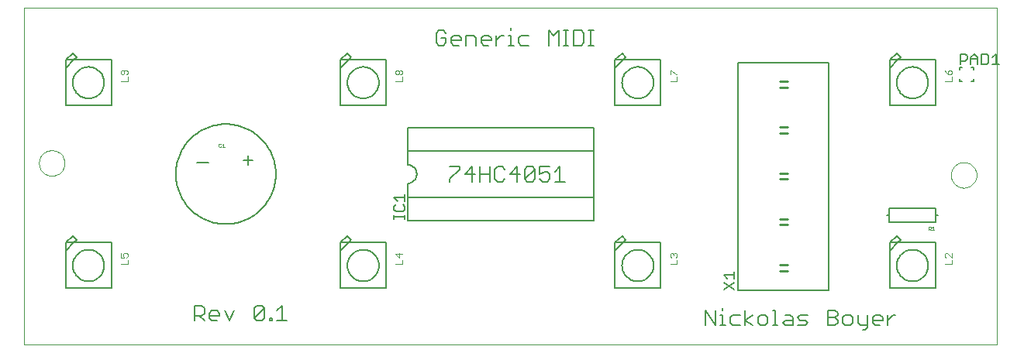
<source format=gto>
G75*
%MOIN*%
%OFA0B0*%
%FSLAX24Y24*%
%IPPOS*%
%LPD*%
%AMOC8*
5,1,8,0,0,1.08239X$1,22.5*
%
%ADD10C,0.0000*%
%ADD11C,0.0060*%
%ADD12C,0.0080*%
%ADD13C,0.0010*%
%ADD14C,0.0050*%
%ADD15C,0.0030*%
%ADD16C,0.0100*%
D10*
X000680Y001499D02*
X000680Y015995D01*
X042495Y015995D01*
X042495Y001499D01*
X000680Y001499D01*
X001310Y009314D02*
X001312Y009361D01*
X001318Y009407D01*
X001328Y009453D01*
X001341Y009498D01*
X001359Y009541D01*
X001380Y009583D01*
X001404Y009623D01*
X001432Y009660D01*
X001463Y009695D01*
X001497Y009728D01*
X001533Y009757D01*
X001572Y009783D01*
X001613Y009806D01*
X001656Y009825D01*
X001700Y009841D01*
X001745Y009853D01*
X001791Y009861D01*
X001838Y009865D01*
X001884Y009865D01*
X001931Y009861D01*
X001977Y009853D01*
X002022Y009841D01*
X002066Y009825D01*
X002109Y009806D01*
X002150Y009783D01*
X002189Y009757D01*
X002225Y009728D01*
X002259Y009695D01*
X002290Y009660D01*
X002318Y009623D01*
X002342Y009583D01*
X002363Y009541D01*
X002381Y009498D01*
X002394Y009453D01*
X002404Y009407D01*
X002410Y009361D01*
X002412Y009314D01*
X002410Y009267D01*
X002404Y009221D01*
X002394Y009175D01*
X002381Y009130D01*
X002363Y009087D01*
X002342Y009045D01*
X002318Y009005D01*
X002290Y008968D01*
X002259Y008933D01*
X002225Y008900D01*
X002189Y008871D01*
X002150Y008845D01*
X002109Y008822D01*
X002066Y008803D01*
X002022Y008787D01*
X001977Y008775D01*
X001931Y008767D01*
X001884Y008763D01*
X001838Y008763D01*
X001791Y008767D01*
X001745Y008775D01*
X001700Y008787D01*
X001656Y008803D01*
X001613Y008822D01*
X001572Y008845D01*
X001533Y008871D01*
X001497Y008900D01*
X001463Y008933D01*
X001432Y008968D01*
X001404Y009005D01*
X001380Y009045D01*
X001359Y009087D01*
X001341Y009130D01*
X001328Y009175D01*
X001318Y009221D01*
X001312Y009267D01*
X001310Y009314D01*
X040523Y008802D02*
X040525Y008849D01*
X040531Y008895D01*
X040541Y008941D01*
X040554Y008986D01*
X040572Y009029D01*
X040593Y009071D01*
X040617Y009111D01*
X040645Y009148D01*
X040676Y009183D01*
X040710Y009216D01*
X040746Y009245D01*
X040785Y009271D01*
X040826Y009294D01*
X040869Y009313D01*
X040913Y009329D01*
X040958Y009341D01*
X041004Y009349D01*
X041051Y009353D01*
X041097Y009353D01*
X041144Y009349D01*
X041190Y009341D01*
X041235Y009329D01*
X041279Y009313D01*
X041322Y009294D01*
X041363Y009271D01*
X041402Y009245D01*
X041438Y009216D01*
X041472Y009183D01*
X041503Y009148D01*
X041531Y009111D01*
X041555Y009071D01*
X041576Y009029D01*
X041594Y008986D01*
X041607Y008941D01*
X041617Y008895D01*
X041623Y008849D01*
X041625Y008802D01*
X041623Y008755D01*
X041617Y008709D01*
X041607Y008663D01*
X041594Y008618D01*
X041576Y008575D01*
X041555Y008533D01*
X041531Y008493D01*
X041503Y008456D01*
X041472Y008421D01*
X041438Y008388D01*
X041402Y008359D01*
X041363Y008333D01*
X041322Y008310D01*
X041279Y008291D01*
X041235Y008275D01*
X041190Y008263D01*
X041144Y008255D01*
X041097Y008251D01*
X041051Y008251D01*
X041004Y008255D01*
X040958Y008263D01*
X040913Y008275D01*
X040869Y008291D01*
X040826Y008310D01*
X040785Y008333D01*
X040746Y008359D01*
X040710Y008388D01*
X040676Y008421D01*
X040645Y008456D01*
X040617Y008493D01*
X040593Y008533D01*
X040572Y008575D01*
X040554Y008618D01*
X040541Y008663D01*
X040531Y008709D01*
X040525Y008755D01*
X040523Y008802D01*
D11*
X040892Y012841D02*
X040992Y012841D01*
X040892Y012841D02*
X040892Y012941D01*
X041392Y012841D02*
X041492Y012841D01*
X041492Y012941D01*
X041492Y013341D02*
X041492Y013441D01*
X041392Y013441D01*
X040992Y013441D02*
X040892Y013441D01*
X040892Y013341D01*
X035276Y013645D02*
X035276Y003845D01*
X031376Y003845D01*
X031376Y013645D01*
X035276Y013645D01*
X025154Y014383D02*
X024940Y014383D01*
X025047Y014383D02*
X025047Y015024D01*
X024940Y015024D02*
X025154Y015024D01*
X024723Y014917D02*
X024616Y015024D01*
X024296Y015024D01*
X024296Y014383D01*
X024616Y014383D01*
X024723Y014490D01*
X024723Y014917D01*
X024079Y015024D02*
X023866Y015024D01*
X023973Y015024D02*
X023973Y014383D01*
X024079Y014383D02*
X023866Y014383D01*
X023648Y014383D02*
X023648Y015024D01*
X023435Y014810D01*
X023221Y015024D01*
X023221Y014383D01*
X022359Y014383D02*
X022039Y014383D01*
X021932Y014490D01*
X021932Y014704D01*
X022039Y014810D01*
X022359Y014810D01*
X021609Y014810D02*
X021609Y014383D01*
X021502Y014383D02*
X021716Y014383D01*
X021609Y014810D02*
X021502Y014810D01*
X021286Y014810D02*
X021179Y014810D01*
X020965Y014597D01*
X020965Y014810D02*
X020965Y014383D01*
X020748Y014597D02*
X020321Y014597D01*
X020321Y014490D02*
X020321Y014704D01*
X020428Y014810D01*
X020641Y014810D01*
X020748Y014704D01*
X020748Y014597D01*
X020641Y014383D02*
X020428Y014383D01*
X020321Y014490D01*
X020103Y014383D02*
X020103Y014704D01*
X019997Y014810D01*
X019676Y014810D01*
X019676Y014383D01*
X019459Y014597D02*
X019032Y014597D01*
X019032Y014490D02*
X019032Y014704D01*
X019138Y014810D01*
X019352Y014810D01*
X019459Y014704D01*
X019459Y014597D01*
X019352Y014383D02*
X019138Y014383D01*
X019032Y014490D01*
X018814Y014490D02*
X018707Y014383D01*
X018494Y014383D01*
X018387Y014490D01*
X018387Y014917D01*
X018494Y015024D01*
X018707Y015024D01*
X018814Y014917D01*
X018814Y014704D02*
X018601Y014704D01*
X018814Y014704D02*
X018814Y014490D01*
X021609Y015024D02*
X021609Y015131D01*
X025152Y010841D02*
X017152Y010841D01*
X017152Y009841D01*
X017152Y009241D01*
X017191Y009239D01*
X017230Y009233D01*
X017268Y009224D01*
X017305Y009211D01*
X017341Y009194D01*
X017374Y009174D01*
X017406Y009150D01*
X017435Y009124D01*
X017461Y009095D01*
X017485Y009063D01*
X017505Y009030D01*
X017522Y008994D01*
X017535Y008957D01*
X017544Y008919D01*
X017550Y008880D01*
X017552Y008841D01*
X017550Y008802D01*
X017544Y008763D01*
X017535Y008725D01*
X017522Y008688D01*
X017505Y008652D01*
X017485Y008619D01*
X017461Y008587D01*
X017435Y008558D01*
X017406Y008532D01*
X017374Y008508D01*
X017341Y008488D01*
X017305Y008471D01*
X017268Y008458D01*
X017230Y008449D01*
X017191Y008443D01*
X017152Y008441D01*
X017152Y007841D01*
X025152Y007841D01*
X025152Y006841D01*
X017152Y006841D01*
X017152Y007841D01*
X018978Y008517D02*
X018978Y008624D01*
X019405Y009051D01*
X019405Y009158D01*
X018978Y009158D01*
X019622Y008837D02*
X020049Y008837D01*
X020267Y008837D02*
X020694Y008837D01*
X020911Y008624D02*
X021018Y008517D01*
X021232Y008517D01*
X021338Y008624D01*
X021556Y008837D02*
X021983Y008837D01*
X022200Y008624D02*
X022627Y009051D01*
X022627Y008624D01*
X022521Y008517D01*
X022307Y008517D01*
X022200Y008624D01*
X022200Y009051D01*
X022307Y009158D01*
X022521Y009158D01*
X022627Y009051D01*
X022845Y009158D02*
X022845Y008837D01*
X023059Y008944D01*
X023165Y008944D01*
X023272Y008837D01*
X023272Y008624D01*
X023165Y008517D01*
X022952Y008517D01*
X022845Y008624D01*
X023490Y008517D02*
X023917Y008517D01*
X023703Y008517D02*
X023703Y009158D01*
X023490Y008944D01*
X023272Y009158D02*
X022845Y009158D01*
X021876Y009158D02*
X021556Y008837D01*
X021338Y009051D02*
X021232Y009158D01*
X021018Y009158D01*
X020911Y009051D01*
X020911Y008624D01*
X020694Y008517D02*
X020694Y009158D01*
X020267Y009158D02*
X020267Y008517D01*
X019943Y008517D02*
X019943Y009158D01*
X019622Y008837D01*
X021876Y008517D02*
X021876Y009158D01*
X025152Y009841D02*
X025152Y007841D01*
X025152Y009841D02*
X017152Y009841D01*
X025152Y009841D02*
X025152Y010841D01*
X030713Y003083D02*
X030713Y002977D01*
X030713Y002763D02*
X030607Y002763D01*
X030713Y002763D02*
X030713Y002336D01*
X030607Y002336D02*
X030820Y002336D01*
X031036Y002443D02*
X031143Y002336D01*
X031463Y002336D01*
X031681Y002336D02*
X031681Y002977D01*
X031463Y002763D02*
X031143Y002763D01*
X031036Y002656D01*
X031036Y002443D01*
X031681Y002549D02*
X032001Y002763D01*
X032218Y002656D02*
X032218Y002443D01*
X032325Y002336D01*
X032538Y002336D01*
X032645Y002443D01*
X032645Y002656D01*
X032538Y002763D01*
X032325Y002763D01*
X032218Y002656D01*
X032001Y002336D02*
X031681Y002549D01*
X030389Y002336D02*
X030389Y002977D01*
X029962Y002977D02*
X030389Y002336D01*
X029962Y002336D02*
X029962Y002977D01*
X032862Y002977D02*
X032969Y002977D01*
X032969Y002336D01*
X032862Y002336D02*
X033076Y002336D01*
X033292Y002443D02*
X033399Y002549D01*
X033719Y002549D01*
X033719Y002656D02*
X033719Y002336D01*
X033399Y002336D01*
X033292Y002443D01*
X033612Y002763D02*
X033719Y002656D01*
X033612Y002763D02*
X033399Y002763D01*
X033937Y002656D02*
X034043Y002763D01*
X034364Y002763D01*
X034257Y002549D02*
X034043Y002549D01*
X033937Y002656D01*
X033937Y002336D02*
X034257Y002336D01*
X034364Y002443D01*
X034257Y002549D01*
X035226Y002656D02*
X035546Y002656D01*
X035653Y002549D01*
X035653Y002443D01*
X035546Y002336D01*
X035226Y002336D01*
X035226Y002977D01*
X035546Y002977D01*
X035653Y002870D01*
X035653Y002763D01*
X035546Y002656D01*
X035870Y002656D02*
X035870Y002443D01*
X035977Y002336D01*
X036191Y002336D01*
X036297Y002443D01*
X036297Y002656D01*
X036191Y002763D01*
X035977Y002763D01*
X035870Y002656D01*
X036515Y002763D02*
X036515Y002443D01*
X036622Y002336D01*
X036942Y002336D01*
X036942Y002229D02*
X036835Y002122D01*
X036728Y002122D01*
X036942Y002229D02*
X036942Y002763D01*
X037159Y002656D02*
X037266Y002763D01*
X037480Y002763D01*
X037586Y002656D01*
X037586Y002549D01*
X037159Y002549D01*
X037159Y002443D02*
X037159Y002656D01*
X037159Y002443D02*
X037266Y002336D01*
X037480Y002336D01*
X037804Y002336D02*
X037804Y002763D01*
X037804Y002549D02*
X038018Y002763D01*
X038124Y002763D01*
X011966Y002533D02*
X011538Y002533D01*
X011752Y002533D02*
X011752Y003173D01*
X011538Y002960D01*
X010999Y003067D02*
X010572Y002640D01*
X010678Y002533D01*
X010892Y002533D01*
X010999Y002640D01*
X010999Y003067D01*
X010892Y003173D01*
X010678Y003173D01*
X010572Y003067D01*
X010572Y002640D01*
X011216Y002640D02*
X011323Y002640D01*
X011323Y002533D01*
X011216Y002533D01*
X011216Y002640D01*
X009710Y002960D02*
X009496Y002533D01*
X009283Y002960D01*
X009065Y002853D02*
X009065Y002746D01*
X008638Y002746D01*
X008638Y002640D02*
X008638Y002853D01*
X008745Y002960D01*
X008958Y002960D01*
X009065Y002853D01*
X008958Y002533D02*
X008745Y002533D01*
X008638Y002640D01*
X008420Y002533D02*
X008207Y002746D01*
X008314Y002746D02*
X007993Y002746D01*
X007993Y002533D02*
X007993Y003173D01*
X008314Y003173D01*
X008420Y003067D01*
X008420Y002853D01*
X008314Y002746D01*
D12*
X007191Y008841D02*
X007193Y008933D01*
X007199Y009026D01*
X007209Y009118D01*
X007223Y009209D01*
X007241Y009300D01*
X007262Y009390D01*
X007288Y009479D01*
X007317Y009567D01*
X007350Y009653D01*
X007387Y009738D01*
X007427Y009821D01*
X007471Y009903D01*
X007519Y009982D01*
X007570Y010059D01*
X007624Y010134D01*
X007681Y010207D01*
X007741Y010277D01*
X007804Y010345D01*
X007871Y010410D01*
X007939Y010471D01*
X008011Y010530D01*
X008085Y010586D01*
X008161Y010638D01*
X008239Y010687D01*
X008320Y010733D01*
X008402Y010775D01*
X008486Y010814D01*
X008572Y010849D01*
X008659Y010880D01*
X008747Y010907D01*
X008837Y010931D01*
X008927Y010951D01*
X009018Y010967D01*
X009110Y010979D01*
X009202Y010987D01*
X009295Y010991D01*
X009387Y010991D01*
X009480Y010987D01*
X009572Y010979D01*
X009664Y010967D01*
X009755Y010951D01*
X009845Y010931D01*
X009935Y010907D01*
X010023Y010880D01*
X010110Y010849D01*
X010196Y010814D01*
X010280Y010775D01*
X010362Y010733D01*
X010443Y010687D01*
X010521Y010638D01*
X010597Y010586D01*
X010671Y010530D01*
X010743Y010471D01*
X010811Y010410D01*
X010878Y010345D01*
X010941Y010277D01*
X011001Y010207D01*
X011058Y010134D01*
X011112Y010059D01*
X011163Y009982D01*
X011211Y009903D01*
X011255Y009821D01*
X011295Y009738D01*
X011332Y009653D01*
X011365Y009567D01*
X011394Y009479D01*
X011420Y009390D01*
X011441Y009300D01*
X011459Y009209D01*
X011473Y009118D01*
X011483Y009026D01*
X011489Y008933D01*
X011491Y008841D01*
X011489Y008749D01*
X011483Y008656D01*
X011473Y008564D01*
X011459Y008473D01*
X011441Y008382D01*
X011420Y008292D01*
X011394Y008203D01*
X011365Y008115D01*
X011332Y008029D01*
X011295Y007944D01*
X011255Y007861D01*
X011211Y007779D01*
X011163Y007700D01*
X011112Y007623D01*
X011058Y007548D01*
X011001Y007475D01*
X010941Y007405D01*
X010878Y007337D01*
X010811Y007272D01*
X010743Y007211D01*
X010671Y007152D01*
X010597Y007096D01*
X010521Y007044D01*
X010443Y006995D01*
X010362Y006949D01*
X010280Y006907D01*
X010196Y006868D01*
X010110Y006833D01*
X010023Y006802D01*
X009935Y006775D01*
X009845Y006751D01*
X009755Y006731D01*
X009664Y006715D01*
X009572Y006703D01*
X009480Y006695D01*
X009387Y006691D01*
X009295Y006691D01*
X009202Y006695D01*
X009110Y006703D01*
X009018Y006715D01*
X008927Y006731D01*
X008837Y006751D01*
X008747Y006775D01*
X008659Y006802D01*
X008572Y006833D01*
X008486Y006868D01*
X008402Y006907D01*
X008320Y006949D01*
X008239Y006995D01*
X008161Y007044D01*
X008085Y007096D01*
X008011Y007152D01*
X007939Y007211D01*
X007871Y007272D01*
X007804Y007337D01*
X007741Y007405D01*
X007681Y007475D01*
X007624Y007548D01*
X007570Y007623D01*
X007519Y007700D01*
X007471Y007779D01*
X007427Y007861D01*
X007387Y007944D01*
X007350Y008029D01*
X007317Y008115D01*
X007288Y008203D01*
X007262Y008292D01*
X007241Y008382D01*
X007223Y008473D01*
X007209Y008564D01*
X007199Y008656D01*
X007193Y008749D01*
X007191Y008841D01*
X008091Y009341D02*
X008591Y009341D01*
X010114Y009431D02*
X010514Y009431D01*
X010314Y009631D02*
X010314Y009231D01*
X037749Y007086D02*
X037849Y007086D01*
X037849Y007386D01*
X039849Y007386D01*
X039849Y007086D01*
X039949Y007086D01*
X039849Y007086D02*
X039849Y006786D01*
X037849Y006786D01*
X037849Y007086D01*
D13*
X039560Y006581D02*
X039635Y006581D01*
X039660Y006556D01*
X039660Y006506D01*
X039635Y006481D01*
X039560Y006481D01*
X039610Y006481D02*
X039660Y006431D01*
X039707Y006431D02*
X039807Y006431D01*
X039757Y006431D02*
X039757Y006581D01*
X039707Y006531D01*
X039560Y006581D02*
X039560Y006431D01*
X009294Y009996D02*
X009194Y009996D01*
X009244Y009996D02*
X009244Y010147D01*
X009194Y010097D01*
X009147Y010122D02*
X009121Y010147D01*
X009071Y010147D01*
X009046Y010122D01*
X009046Y010021D01*
X009071Y009996D01*
X009121Y009996D01*
X009147Y010021D01*
D14*
X004420Y011794D02*
X004420Y013763D01*
X002806Y013763D01*
X002924Y013881D01*
X002767Y014038D01*
X002452Y013763D01*
X002806Y013763D01*
X002452Y013408D01*
X002452Y013763D01*
X002452Y013408D02*
X002452Y011794D01*
X004420Y011794D01*
X002759Y012778D02*
X002761Y012830D01*
X002767Y012881D01*
X002777Y012932D01*
X002791Y012982D01*
X002808Y013031D01*
X002829Y013078D01*
X002854Y013124D01*
X002882Y013167D01*
X002914Y013209D01*
X002948Y013247D01*
X002986Y013283D01*
X003026Y013316D01*
X003068Y013346D01*
X003113Y013373D01*
X003159Y013396D01*
X003207Y013415D01*
X003257Y013431D01*
X003307Y013443D01*
X003358Y013451D01*
X003410Y013455D01*
X003462Y013455D01*
X003514Y013451D01*
X003565Y013443D01*
X003615Y013431D01*
X003665Y013415D01*
X003713Y013396D01*
X003759Y013373D01*
X003804Y013346D01*
X003846Y013316D01*
X003886Y013283D01*
X003924Y013247D01*
X003958Y013209D01*
X003990Y013167D01*
X004018Y013124D01*
X004043Y013078D01*
X004064Y013031D01*
X004081Y012982D01*
X004095Y012932D01*
X004105Y012881D01*
X004111Y012830D01*
X004113Y012778D01*
X004111Y012726D01*
X004105Y012675D01*
X004095Y012624D01*
X004081Y012574D01*
X004064Y012525D01*
X004043Y012478D01*
X004018Y012432D01*
X003990Y012389D01*
X003958Y012347D01*
X003924Y012309D01*
X003886Y012273D01*
X003846Y012240D01*
X003804Y012210D01*
X003759Y012183D01*
X003713Y012160D01*
X003665Y012141D01*
X003615Y012125D01*
X003565Y012113D01*
X003514Y012105D01*
X003462Y012101D01*
X003410Y012101D01*
X003358Y012105D01*
X003307Y012113D01*
X003257Y012125D01*
X003207Y012141D01*
X003159Y012160D01*
X003113Y012183D01*
X003068Y012210D01*
X003026Y012240D01*
X002986Y012273D01*
X002948Y012309D01*
X002914Y012347D01*
X002882Y012389D01*
X002854Y012432D01*
X002829Y012478D01*
X002808Y012525D01*
X002791Y012574D01*
X002777Y012624D01*
X002767Y012675D01*
X002761Y012726D01*
X002759Y012778D01*
X014263Y013408D02*
X014263Y011794D01*
X016231Y011794D01*
X016231Y013763D01*
X014617Y013763D01*
X014735Y013881D01*
X014578Y014038D01*
X014263Y013763D01*
X014617Y013763D01*
X014263Y013408D01*
X014263Y013763D01*
X014570Y012778D02*
X014572Y012830D01*
X014578Y012881D01*
X014588Y012932D01*
X014602Y012982D01*
X014619Y013031D01*
X014640Y013078D01*
X014665Y013124D01*
X014693Y013167D01*
X014725Y013209D01*
X014759Y013247D01*
X014797Y013283D01*
X014837Y013316D01*
X014879Y013346D01*
X014924Y013373D01*
X014970Y013396D01*
X015018Y013415D01*
X015068Y013431D01*
X015118Y013443D01*
X015169Y013451D01*
X015221Y013455D01*
X015273Y013455D01*
X015325Y013451D01*
X015376Y013443D01*
X015426Y013431D01*
X015476Y013415D01*
X015524Y013396D01*
X015570Y013373D01*
X015615Y013346D01*
X015657Y013316D01*
X015697Y013283D01*
X015735Y013247D01*
X015769Y013209D01*
X015801Y013167D01*
X015829Y013124D01*
X015854Y013078D01*
X015875Y013031D01*
X015892Y012982D01*
X015906Y012932D01*
X015916Y012881D01*
X015922Y012830D01*
X015924Y012778D01*
X015922Y012726D01*
X015916Y012675D01*
X015906Y012624D01*
X015892Y012574D01*
X015875Y012525D01*
X015854Y012478D01*
X015829Y012432D01*
X015801Y012389D01*
X015769Y012347D01*
X015735Y012309D01*
X015697Y012273D01*
X015657Y012240D01*
X015615Y012210D01*
X015570Y012183D01*
X015524Y012160D01*
X015476Y012141D01*
X015426Y012125D01*
X015376Y012113D01*
X015325Y012105D01*
X015273Y012101D01*
X015221Y012101D01*
X015169Y012105D01*
X015118Y012113D01*
X015068Y012125D01*
X015018Y012141D01*
X014970Y012160D01*
X014924Y012183D01*
X014879Y012210D01*
X014837Y012240D01*
X014797Y012273D01*
X014759Y012309D01*
X014725Y012347D01*
X014693Y012389D01*
X014665Y012432D01*
X014640Y012478D01*
X014619Y012525D01*
X014602Y012574D01*
X014588Y012624D01*
X014578Y012675D01*
X014572Y012726D01*
X014570Y012778D01*
X026074Y013408D02*
X026074Y011794D01*
X028042Y011794D01*
X028042Y013763D01*
X026428Y013763D01*
X026546Y013881D01*
X026389Y014038D01*
X026074Y013763D01*
X026428Y013763D01*
X026074Y013408D01*
X026074Y013763D01*
X026381Y012778D02*
X026383Y012830D01*
X026389Y012881D01*
X026399Y012932D01*
X026413Y012982D01*
X026430Y013031D01*
X026451Y013078D01*
X026476Y013124D01*
X026504Y013167D01*
X026536Y013209D01*
X026570Y013247D01*
X026608Y013283D01*
X026648Y013316D01*
X026690Y013346D01*
X026735Y013373D01*
X026781Y013396D01*
X026829Y013415D01*
X026879Y013431D01*
X026929Y013443D01*
X026980Y013451D01*
X027032Y013455D01*
X027084Y013455D01*
X027136Y013451D01*
X027187Y013443D01*
X027237Y013431D01*
X027287Y013415D01*
X027335Y013396D01*
X027381Y013373D01*
X027426Y013346D01*
X027468Y013316D01*
X027508Y013283D01*
X027546Y013247D01*
X027580Y013209D01*
X027612Y013167D01*
X027640Y013124D01*
X027665Y013078D01*
X027686Y013031D01*
X027703Y012982D01*
X027717Y012932D01*
X027727Y012881D01*
X027733Y012830D01*
X027735Y012778D01*
X027733Y012726D01*
X027727Y012675D01*
X027717Y012624D01*
X027703Y012574D01*
X027686Y012525D01*
X027665Y012478D01*
X027640Y012432D01*
X027612Y012389D01*
X027580Y012347D01*
X027546Y012309D01*
X027508Y012273D01*
X027468Y012240D01*
X027426Y012210D01*
X027381Y012183D01*
X027335Y012160D01*
X027287Y012141D01*
X027237Y012125D01*
X027187Y012113D01*
X027136Y012105D01*
X027084Y012101D01*
X027032Y012101D01*
X026980Y012105D01*
X026929Y012113D01*
X026879Y012125D01*
X026829Y012141D01*
X026781Y012160D01*
X026735Y012183D01*
X026690Y012210D01*
X026648Y012240D01*
X026608Y012273D01*
X026570Y012309D01*
X026536Y012347D01*
X026504Y012389D01*
X026476Y012432D01*
X026451Y012478D01*
X026430Y012525D01*
X026413Y012574D01*
X026399Y012624D01*
X026389Y012675D01*
X026383Y012726D01*
X026381Y012778D01*
X037885Y013408D02*
X037885Y011794D01*
X039853Y011794D01*
X039853Y013763D01*
X038239Y013763D01*
X038357Y013881D01*
X038200Y014038D01*
X037885Y013763D01*
X038239Y013763D01*
X037885Y013408D01*
X037885Y013763D01*
X038192Y012778D02*
X038194Y012830D01*
X038200Y012881D01*
X038210Y012932D01*
X038224Y012982D01*
X038241Y013031D01*
X038262Y013078D01*
X038287Y013124D01*
X038315Y013167D01*
X038347Y013209D01*
X038381Y013247D01*
X038419Y013283D01*
X038459Y013316D01*
X038501Y013346D01*
X038546Y013373D01*
X038592Y013396D01*
X038640Y013415D01*
X038690Y013431D01*
X038740Y013443D01*
X038791Y013451D01*
X038843Y013455D01*
X038895Y013455D01*
X038947Y013451D01*
X038998Y013443D01*
X039048Y013431D01*
X039098Y013415D01*
X039146Y013396D01*
X039192Y013373D01*
X039237Y013346D01*
X039279Y013316D01*
X039319Y013283D01*
X039357Y013247D01*
X039391Y013209D01*
X039423Y013167D01*
X039451Y013124D01*
X039476Y013078D01*
X039497Y013031D01*
X039514Y012982D01*
X039528Y012932D01*
X039538Y012881D01*
X039544Y012830D01*
X039546Y012778D01*
X039544Y012726D01*
X039538Y012675D01*
X039528Y012624D01*
X039514Y012574D01*
X039497Y012525D01*
X039476Y012478D01*
X039451Y012432D01*
X039423Y012389D01*
X039391Y012347D01*
X039357Y012309D01*
X039319Y012273D01*
X039279Y012240D01*
X039237Y012210D01*
X039192Y012183D01*
X039146Y012160D01*
X039098Y012141D01*
X039048Y012125D01*
X038998Y012113D01*
X038947Y012105D01*
X038895Y012101D01*
X038843Y012101D01*
X038791Y012105D01*
X038740Y012113D01*
X038690Y012125D01*
X038640Y012141D01*
X038592Y012160D01*
X038546Y012183D01*
X038501Y012210D01*
X038459Y012240D01*
X038419Y012273D01*
X038381Y012309D01*
X038347Y012347D01*
X038315Y012389D01*
X038287Y012432D01*
X038262Y012478D01*
X038241Y012525D01*
X038224Y012574D01*
X038210Y012624D01*
X038200Y012675D01*
X038194Y012726D01*
X038192Y012778D01*
X040917Y013566D02*
X040917Y014016D01*
X041142Y014016D01*
X041217Y013941D01*
X041217Y013791D01*
X041142Y013716D01*
X040917Y013716D01*
X041377Y013791D02*
X041677Y013791D01*
X041677Y013866D02*
X041677Y013566D01*
X041838Y013566D02*
X042063Y013566D01*
X042138Y013641D01*
X042138Y013941D01*
X042063Y014016D01*
X041838Y014016D01*
X041838Y013566D01*
X041677Y013866D02*
X041527Y014016D01*
X041377Y013866D01*
X041377Y013566D01*
X042298Y013566D02*
X042598Y013566D01*
X042448Y013566D02*
X042448Y014016D01*
X042298Y013866D01*
X038200Y006164D02*
X037885Y005889D01*
X038239Y005889D01*
X038357Y006007D01*
X038200Y006164D01*
X038239Y005889D02*
X037885Y005534D01*
X037885Y005889D01*
X038239Y005889D02*
X039853Y005889D01*
X039853Y003920D01*
X037885Y003920D01*
X037885Y005534D01*
X038192Y004904D02*
X038194Y004956D01*
X038200Y005007D01*
X038210Y005058D01*
X038224Y005108D01*
X038241Y005157D01*
X038262Y005204D01*
X038287Y005250D01*
X038315Y005293D01*
X038347Y005335D01*
X038381Y005373D01*
X038419Y005409D01*
X038459Y005442D01*
X038501Y005472D01*
X038546Y005499D01*
X038592Y005522D01*
X038640Y005541D01*
X038690Y005557D01*
X038740Y005569D01*
X038791Y005577D01*
X038843Y005581D01*
X038895Y005581D01*
X038947Y005577D01*
X038998Y005569D01*
X039048Y005557D01*
X039098Y005541D01*
X039146Y005522D01*
X039192Y005499D01*
X039237Y005472D01*
X039279Y005442D01*
X039319Y005409D01*
X039357Y005373D01*
X039391Y005335D01*
X039423Y005293D01*
X039451Y005250D01*
X039476Y005204D01*
X039497Y005157D01*
X039514Y005108D01*
X039528Y005058D01*
X039538Y005007D01*
X039544Y004956D01*
X039546Y004904D01*
X039544Y004852D01*
X039538Y004801D01*
X039528Y004750D01*
X039514Y004700D01*
X039497Y004651D01*
X039476Y004604D01*
X039451Y004558D01*
X039423Y004515D01*
X039391Y004473D01*
X039357Y004435D01*
X039319Y004399D01*
X039279Y004366D01*
X039237Y004336D01*
X039192Y004309D01*
X039146Y004286D01*
X039098Y004267D01*
X039048Y004251D01*
X038998Y004239D01*
X038947Y004231D01*
X038895Y004227D01*
X038843Y004227D01*
X038791Y004231D01*
X038740Y004239D01*
X038690Y004251D01*
X038640Y004267D01*
X038592Y004286D01*
X038546Y004309D01*
X038501Y004336D01*
X038459Y004366D01*
X038419Y004399D01*
X038381Y004435D01*
X038347Y004473D01*
X038315Y004515D01*
X038287Y004558D01*
X038262Y004604D01*
X038241Y004651D01*
X038224Y004700D01*
X038210Y004750D01*
X038200Y004801D01*
X038194Y004852D01*
X038192Y004904D01*
X031201Y004640D02*
X031201Y004340D01*
X031201Y004490D02*
X030750Y004490D01*
X030900Y004340D01*
X030750Y004180D02*
X031201Y003880D01*
X031201Y004180D02*
X030750Y003880D01*
X028042Y003920D02*
X028042Y005889D01*
X026428Y005889D01*
X026546Y006007D01*
X026389Y006164D01*
X026074Y005889D01*
X026428Y005889D01*
X026074Y005534D01*
X026074Y005889D01*
X026074Y005534D02*
X026074Y003920D01*
X028042Y003920D01*
X026381Y004904D02*
X026383Y004956D01*
X026389Y005007D01*
X026399Y005058D01*
X026413Y005108D01*
X026430Y005157D01*
X026451Y005204D01*
X026476Y005250D01*
X026504Y005293D01*
X026536Y005335D01*
X026570Y005373D01*
X026608Y005409D01*
X026648Y005442D01*
X026690Y005472D01*
X026735Y005499D01*
X026781Y005522D01*
X026829Y005541D01*
X026879Y005557D01*
X026929Y005569D01*
X026980Y005577D01*
X027032Y005581D01*
X027084Y005581D01*
X027136Y005577D01*
X027187Y005569D01*
X027237Y005557D01*
X027287Y005541D01*
X027335Y005522D01*
X027381Y005499D01*
X027426Y005472D01*
X027468Y005442D01*
X027508Y005409D01*
X027546Y005373D01*
X027580Y005335D01*
X027612Y005293D01*
X027640Y005250D01*
X027665Y005204D01*
X027686Y005157D01*
X027703Y005108D01*
X027717Y005058D01*
X027727Y005007D01*
X027733Y004956D01*
X027735Y004904D01*
X027733Y004852D01*
X027727Y004801D01*
X027717Y004750D01*
X027703Y004700D01*
X027686Y004651D01*
X027665Y004604D01*
X027640Y004558D01*
X027612Y004515D01*
X027580Y004473D01*
X027546Y004435D01*
X027508Y004399D01*
X027468Y004366D01*
X027426Y004336D01*
X027381Y004309D01*
X027335Y004286D01*
X027287Y004267D01*
X027237Y004251D01*
X027187Y004239D01*
X027136Y004231D01*
X027084Y004227D01*
X027032Y004227D01*
X026980Y004231D01*
X026929Y004239D01*
X026879Y004251D01*
X026829Y004267D01*
X026781Y004286D01*
X026735Y004309D01*
X026690Y004336D01*
X026648Y004366D01*
X026608Y004399D01*
X026570Y004435D01*
X026536Y004473D01*
X026504Y004515D01*
X026476Y004558D01*
X026451Y004604D01*
X026430Y004651D01*
X026413Y004700D01*
X026399Y004750D01*
X026389Y004801D01*
X026383Y004852D01*
X026381Y004904D01*
X017027Y006916D02*
X017027Y007067D01*
X017027Y006991D02*
X016577Y006991D01*
X016577Y006916D02*
X016577Y007067D01*
X016652Y007223D02*
X016952Y007223D01*
X017027Y007298D01*
X017027Y007449D01*
X016952Y007524D01*
X017027Y007684D02*
X017027Y007984D01*
X017027Y007834D02*
X016577Y007834D01*
X016727Y007684D01*
X016652Y007524D02*
X016577Y007449D01*
X016577Y007298D01*
X016652Y007223D01*
X014735Y006007D02*
X014578Y006164D01*
X014263Y005889D01*
X014617Y005889D01*
X014735Y006007D01*
X014617Y005889D02*
X014263Y005534D01*
X014263Y005889D01*
X014617Y005889D02*
X016231Y005889D01*
X016231Y003920D01*
X014263Y003920D01*
X014263Y005534D01*
X014570Y004904D02*
X014572Y004956D01*
X014578Y005007D01*
X014588Y005058D01*
X014602Y005108D01*
X014619Y005157D01*
X014640Y005204D01*
X014665Y005250D01*
X014693Y005293D01*
X014725Y005335D01*
X014759Y005373D01*
X014797Y005409D01*
X014837Y005442D01*
X014879Y005472D01*
X014924Y005499D01*
X014970Y005522D01*
X015018Y005541D01*
X015068Y005557D01*
X015118Y005569D01*
X015169Y005577D01*
X015221Y005581D01*
X015273Y005581D01*
X015325Y005577D01*
X015376Y005569D01*
X015426Y005557D01*
X015476Y005541D01*
X015524Y005522D01*
X015570Y005499D01*
X015615Y005472D01*
X015657Y005442D01*
X015697Y005409D01*
X015735Y005373D01*
X015769Y005335D01*
X015801Y005293D01*
X015829Y005250D01*
X015854Y005204D01*
X015875Y005157D01*
X015892Y005108D01*
X015906Y005058D01*
X015916Y005007D01*
X015922Y004956D01*
X015924Y004904D01*
X015922Y004852D01*
X015916Y004801D01*
X015906Y004750D01*
X015892Y004700D01*
X015875Y004651D01*
X015854Y004604D01*
X015829Y004558D01*
X015801Y004515D01*
X015769Y004473D01*
X015735Y004435D01*
X015697Y004399D01*
X015657Y004366D01*
X015615Y004336D01*
X015570Y004309D01*
X015524Y004286D01*
X015476Y004267D01*
X015426Y004251D01*
X015376Y004239D01*
X015325Y004231D01*
X015273Y004227D01*
X015221Y004227D01*
X015169Y004231D01*
X015118Y004239D01*
X015068Y004251D01*
X015018Y004267D01*
X014970Y004286D01*
X014924Y004309D01*
X014879Y004336D01*
X014837Y004366D01*
X014797Y004399D01*
X014759Y004435D01*
X014725Y004473D01*
X014693Y004515D01*
X014665Y004558D01*
X014640Y004604D01*
X014619Y004651D01*
X014602Y004700D01*
X014588Y004750D01*
X014578Y004801D01*
X014572Y004852D01*
X014570Y004904D01*
X004420Y005889D02*
X004420Y003920D01*
X002452Y003920D01*
X002452Y005534D01*
X002806Y005889D01*
X002924Y006007D01*
X002767Y006164D01*
X002452Y005889D01*
X002806Y005889D01*
X004420Y005889D01*
X002452Y005889D02*
X002452Y005534D01*
X002759Y004904D02*
X002761Y004956D01*
X002767Y005007D01*
X002777Y005058D01*
X002791Y005108D01*
X002808Y005157D01*
X002829Y005204D01*
X002854Y005250D01*
X002882Y005293D01*
X002914Y005335D01*
X002948Y005373D01*
X002986Y005409D01*
X003026Y005442D01*
X003068Y005472D01*
X003113Y005499D01*
X003159Y005522D01*
X003207Y005541D01*
X003257Y005557D01*
X003307Y005569D01*
X003358Y005577D01*
X003410Y005581D01*
X003462Y005581D01*
X003514Y005577D01*
X003565Y005569D01*
X003615Y005557D01*
X003665Y005541D01*
X003713Y005522D01*
X003759Y005499D01*
X003804Y005472D01*
X003846Y005442D01*
X003886Y005409D01*
X003924Y005373D01*
X003958Y005335D01*
X003990Y005293D01*
X004018Y005250D01*
X004043Y005204D01*
X004064Y005157D01*
X004081Y005108D01*
X004095Y005058D01*
X004105Y005007D01*
X004111Y004956D01*
X004113Y004904D01*
X004111Y004852D01*
X004105Y004801D01*
X004095Y004750D01*
X004081Y004700D01*
X004064Y004651D01*
X004043Y004604D01*
X004018Y004558D01*
X003990Y004515D01*
X003958Y004473D01*
X003924Y004435D01*
X003886Y004399D01*
X003846Y004366D01*
X003804Y004336D01*
X003759Y004309D01*
X003713Y004286D01*
X003665Y004267D01*
X003615Y004251D01*
X003565Y004239D01*
X003514Y004231D01*
X003462Y004227D01*
X003410Y004227D01*
X003358Y004231D01*
X003307Y004239D01*
X003257Y004251D01*
X003207Y004267D01*
X003159Y004286D01*
X003113Y004309D01*
X003068Y004336D01*
X003026Y004366D01*
X002986Y004399D01*
X002948Y004435D01*
X002914Y004473D01*
X002882Y004515D01*
X002854Y004558D01*
X002829Y004604D01*
X002808Y004651D01*
X002791Y004700D01*
X002777Y004750D01*
X002767Y004801D01*
X002761Y004852D01*
X002759Y004904D01*
D15*
X004826Y004955D02*
X005116Y004955D01*
X005116Y005149D01*
X005068Y005250D02*
X005116Y005298D01*
X005116Y005395D01*
X005068Y005443D01*
X004971Y005443D01*
X004922Y005395D01*
X004922Y005347D01*
X004971Y005250D01*
X004826Y005250D01*
X004826Y005443D01*
X016637Y005395D02*
X016782Y005250D01*
X016782Y005443D01*
X016927Y005395D02*
X016637Y005395D01*
X016927Y005149D02*
X016927Y004955D01*
X016637Y004955D01*
X028448Y004955D02*
X028738Y004955D01*
X028738Y005149D01*
X028690Y005250D02*
X028738Y005298D01*
X028738Y005395D01*
X028690Y005443D01*
X028641Y005443D01*
X028593Y005395D01*
X028593Y005347D01*
X028593Y005395D02*
X028544Y005443D01*
X028496Y005443D01*
X028448Y005395D01*
X028448Y005298D01*
X028496Y005250D01*
X040259Y005298D02*
X040307Y005250D01*
X040259Y005298D02*
X040259Y005395D01*
X040307Y005443D01*
X040355Y005443D01*
X040549Y005250D01*
X040549Y005443D01*
X040549Y005149D02*
X040549Y004955D01*
X040259Y004955D01*
X040259Y012829D02*
X040549Y012829D01*
X040549Y013023D01*
X040501Y013124D02*
X040549Y013172D01*
X040549Y013269D01*
X040501Y013317D01*
X040452Y013317D01*
X040404Y013269D01*
X040404Y013124D01*
X040501Y013124D01*
X040404Y013124D02*
X040307Y013221D01*
X040259Y013317D01*
X028738Y013124D02*
X028690Y013124D01*
X028496Y013317D01*
X028448Y013317D01*
X028448Y013124D01*
X028448Y012829D02*
X028738Y012829D01*
X028738Y013023D01*
X016927Y013023D02*
X016927Y012829D01*
X016637Y012829D01*
X016685Y013124D02*
X016733Y013124D01*
X016782Y013172D01*
X016782Y013269D01*
X016830Y013317D01*
X016879Y013317D01*
X016927Y013269D01*
X016927Y013172D01*
X016879Y013124D01*
X016830Y013124D01*
X016782Y013172D01*
X016782Y013269D02*
X016733Y013317D01*
X016685Y013317D01*
X016637Y013269D01*
X016637Y013172D01*
X016685Y013124D01*
X005116Y013172D02*
X005068Y013124D01*
X005116Y013172D02*
X005116Y013269D01*
X005068Y013317D01*
X004874Y013317D01*
X004826Y013269D01*
X004826Y013172D01*
X004874Y013124D01*
X004922Y013124D01*
X004971Y013172D01*
X004971Y013317D01*
X005116Y013023D02*
X005116Y012829D01*
X004826Y012829D01*
D16*
X033156Y012825D02*
X033496Y012825D01*
X033496Y012565D02*
X033156Y012565D01*
X033156Y010855D02*
X033496Y010855D01*
X033496Y010595D02*
X033156Y010595D01*
X033156Y008885D02*
X033496Y008885D01*
X033496Y008625D02*
X033156Y008625D01*
X033156Y006915D02*
X033496Y006915D01*
X033496Y006655D02*
X033156Y006655D01*
X033156Y004945D02*
X033496Y004945D01*
X033496Y004685D02*
X033156Y004685D01*
M02*

</source>
